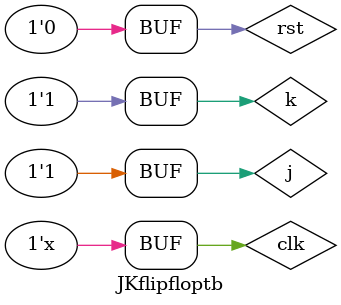
<source format=v>
`timescale 1ns / 1ps


module JKflipfloptb;

	// Inputs
	reg j;
	reg k;
	reg rst;
	reg clk;

	// Outputs
	wire q;

	// Instantiate the Unit Under Test (UUT)
	JKflipflop uut (
		.j(j), 
		.k(k), 
		.rst(rst), 
		.q(q), 
		.clk(clk)
	);
initial begin
	$monitor("time =%g,clk=%b,rst=%b,j=%b,k=%b,q=%b",$time,clk,rst,j,k,q);
	end
	initial begin
		// Initialize Inputs
		rst = 1;
		clk = 0;

		// Wait 100 ns for global reset to finish
		#100;rst=0;
		j = 0;
		k = 0;
    	#100;
		j = 0;
		k = 1;
      #100;
		j = 1;
		k = 0;
      #100;
		j = 1;
		k = 1;		
		// Add stimulus here

	end
     always
     #50 clk = ~clk;	  
endmodule


</source>
